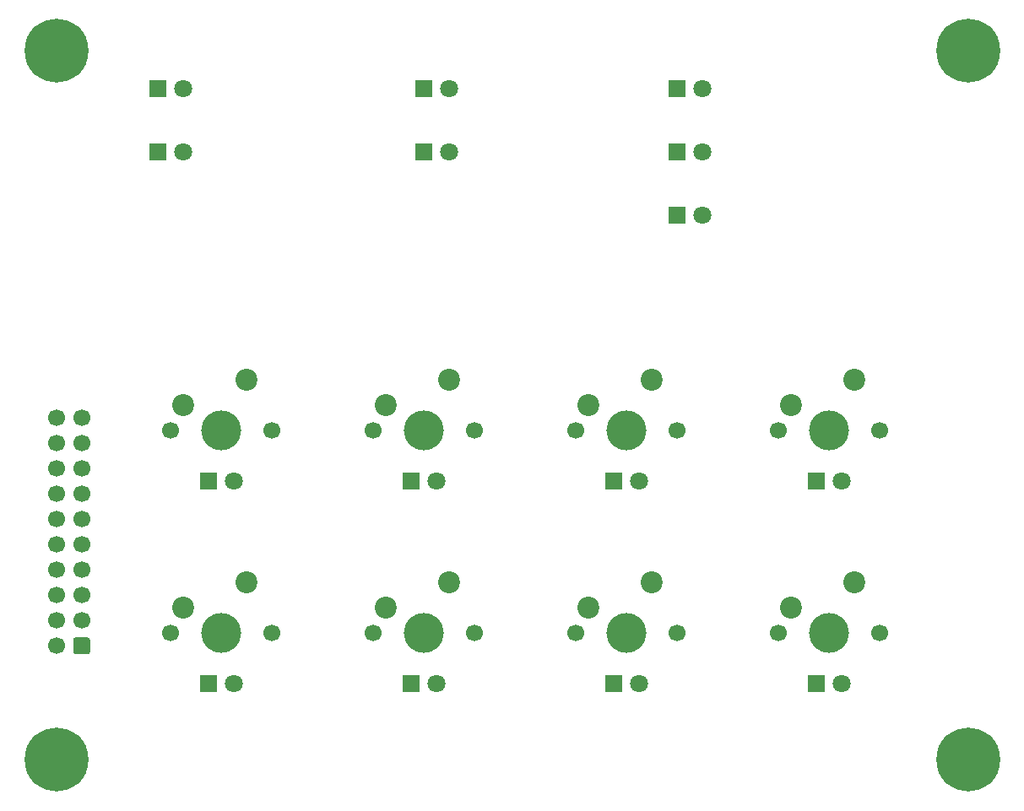
<source format=gbr>
%TF.GenerationSoftware,KiCad,Pcbnew,(5.1.9)-1*%
%TF.CreationDate,2021-03-30T21:11:26+02:00*%
%TF.ProjectId,RemoteCtrl,52656d6f-7465-4437-9472-6c2e6b696361,v0.1*%
%TF.SameCoordinates,Original*%
%TF.FileFunction,Soldermask,Top*%
%TF.FilePolarity,Negative*%
%FSLAX46Y46*%
G04 Gerber Fmt 4.6, Leading zero omitted, Abs format (unit mm)*
G04 Created by KiCad (PCBNEW (5.1.9)-1) date 2021-03-30 21:11:26*
%MOMM*%
%LPD*%
G01*
G04 APERTURE LIST*
%ADD10C,1.800000*%
%ADD11R,1.800000X1.800000*%
%ADD12C,1.700000*%
%ADD13C,4.000000*%
%ADD14C,2.200000*%
%ADD15C,0.800000*%
%ADD16C,6.400000*%
G04 APERTURE END LIST*
D10*
%TO.C,D2*%
X110490000Y-43180000D03*
D11*
X107950000Y-43180000D03*
%TD*%
D10*
%TO.C,D1*%
X110490000Y-36830000D03*
D11*
X107950000Y-36830000D03*
%TD*%
D12*
%TO.C,SW8*%
X180340000Y-91440000D03*
X170180000Y-91440000D03*
D13*
X175260000Y-91440000D03*
D14*
X171450000Y-88900000D03*
X177800000Y-86360000D03*
%TD*%
D12*
%TO.C,SW7*%
X180340000Y-71120000D03*
X170180000Y-71120000D03*
D13*
X175260000Y-71120000D03*
D14*
X171450000Y-68580000D03*
X177800000Y-66040000D03*
%TD*%
D12*
%TO.C,SW6*%
X160020000Y-91440000D03*
X149860000Y-91440000D03*
D13*
X154940000Y-91440000D03*
D14*
X151130000Y-88900000D03*
X157480000Y-86360000D03*
%TD*%
D12*
%TO.C,SW5*%
X160020000Y-71120000D03*
X149860000Y-71120000D03*
D13*
X154940000Y-71120000D03*
D14*
X151130000Y-68580000D03*
X157480000Y-66040000D03*
%TD*%
D12*
%TO.C,SW4*%
X139700000Y-91440000D03*
X129540000Y-91440000D03*
D13*
X134620000Y-91440000D03*
D14*
X130810000Y-88900000D03*
X137160000Y-86360000D03*
%TD*%
D12*
%TO.C,SW3*%
X139700000Y-71120000D03*
X129540000Y-71120000D03*
D13*
X134620000Y-71120000D03*
D14*
X130810000Y-68580000D03*
X137160000Y-66040000D03*
%TD*%
D12*
%TO.C,SW2*%
X119380000Y-91440000D03*
X109220000Y-91440000D03*
D13*
X114300000Y-91440000D03*
D14*
X110490000Y-88900000D03*
X116840000Y-86360000D03*
%TD*%
D12*
%TO.C,SW1*%
X119380000Y-71120000D03*
X109220000Y-71120000D03*
D13*
X114300000Y-71120000D03*
D14*
X110490000Y-68580000D03*
X116840000Y-66040000D03*
%TD*%
D12*
%TO.C,J1*%
X97790000Y-69850000D03*
X97790000Y-72390000D03*
X97790000Y-74930000D03*
X97790000Y-77470000D03*
X97790000Y-80010000D03*
X97790000Y-82550000D03*
X97790000Y-85090000D03*
X97790000Y-87630000D03*
X97790000Y-90170000D03*
X97790000Y-92710000D03*
X100330000Y-69850000D03*
X100330000Y-72390000D03*
X100330000Y-74930000D03*
X100330000Y-77470000D03*
X100330000Y-80010000D03*
X100330000Y-82550000D03*
X100330000Y-85090000D03*
X100330000Y-87630000D03*
X100330000Y-90170000D03*
G36*
G01*
X101180000Y-92110000D02*
X101180000Y-93310000D01*
G75*
G02*
X100930000Y-93560000I-250000J0D01*
G01*
X99730000Y-93560000D01*
G75*
G02*
X99480000Y-93310000I0J250000D01*
G01*
X99480000Y-92110000D01*
G75*
G02*
X99730000Y-91860000I250000J0D01*
G01*
X100930000Y-91860000D01*
G75*
G02*
X101180000Y-92110000I0J-250000D01*
G01*
G37*
%TD*%
D15*
%TO.C,H4*%
X99487056Y-102442944D03*
X97790000Y-101740000D03*
X96092944Y-102442944D03*
X95390000Y-104140000D03*
X96092944Y-105837056D03*
X97790000Y-106540000D03*
X99487056Y-105837056D03*
X100190000Y-104140000D03*
D16*
X97790000Y-104140000D03*
%TD*%
D15*
%TO.C,H3*%
X190927056Y-102442944D03*
X189230000Y-101740000D03*
X187532944Y-102442944D03*
X186830000Y-104140000D03*
X187532944Y-105837056D03*
X189230000Y-106540000D03*
X190927056Y-105837056D03*
X191630000Y-104140000D03*
D16*
X189230000Y-104140000D03*
%TD*%
D15*
%TO.C,H2*%
X190927056Y-31322944D03*
X189230000Y-30620000D03*
X187532944Y-31322944D03*
X186830000Y-33020000D03*
X187532944Y-34717056D03*
X189230000Y-35420000D03*
X190927056Y-34717056D03*
X191630000Y-33020000D03*
D16*
X189230000Y-33020000D03*
%TD*%
D15*
%TO.C,H1*%
X99487056Y-31322944D03*
X97790000Y-30620000D03*
X96092944Y-31322944D03*
X95390000Y-33020000D03*
X96092944Y-34717056D03*
X97790000Y-35420000D03*
X99487056Y-34717056D03*
X100190000Y-33020000D03*
D16*
X97790000Y-33020000D03*
%TD*%
D10*
%TO.C,D19*%
X176530000Y-96520000D03*
D11*
X173990000Y-96520000D03*
%TD*%
D10*
%TO.C,D18*%
X176530000Y-76200000D03*
D11*
X173990000Y-76200000D03*
%TD*%
D10*
%TO.C,D17*%
X156210000Y-96520000D03*
D11*
X153670000Y-96520000D03*
%TD*%
D10*
%TO.C,D16*%
X156210000Y-76200000D03*
D11*
X153670000Y-76200000D03*
%TD*%
D10*
%TO.C,D15*%
X135890000Y-96520000D03*
D11*
X133350000Y-96520000D03*
%TD*%
D10*
%TO.C,D14*%
X135890000Y-76200000D03*
D11*
X133350000Y-76200000D03*
%TD*%
D10*
%TO.C,D13*%
X115570000Y-96520000D03*
D11*
X113030000Y-96520000D03*
%TD*%
D10*
%TO.C,D12*%
X115570000Y-76200000D03*
D11*
X113030000Y-76200000D03*
%TD*%
D10*
%TO.C,D11*%
X162560000Y-49530000D03*
D11*
X160020000Y-49530000D03*
%TD*%
D10*
%TO.C,D10*%
X162560000Y-43180000D03*
D11*
X160020000Y-43180000D03*
%TD*%
D10*
%TO.C,D9*%
X162560000Y-36830000D03*
D11*
X160020000Y-36830000D03*
%TD*%
D10*
%TO.C,D8*%
X137160000Y-36830000D03*
D11*
X134620000Y-36830000D03*
%TD*%
D10*
%TO.C,D7*%
X137160000Y-43180000D03*
D11*
X134620000Y-43180000D03*
%TD*%
M02*

</source>
